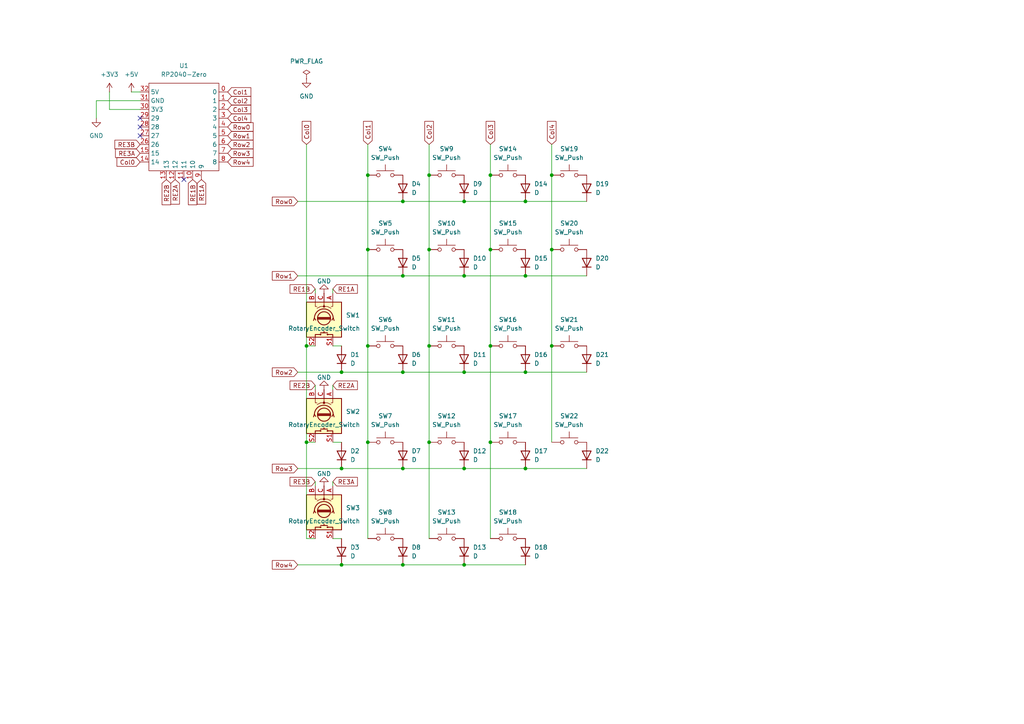
<source format=kicad_sch>
(kicad_sch (version 20231120) (generator "eeschema") (generator_version "8.0")
  (paper "A4")
  (lib_symbols
    (symbol "Device:D" (pin_numbers hide) (pin_names (offset 1.016) hide)
      (property "Reference" "D" (at 0 2.54 0))
      (property "Value" "D" (at 0 -2.54 0))
      (symbol "D_0_1"
        (polyline (pts (xy -1.27 1.27) (xy -1.27 -1.27)) (stroke (width 0.254)))
        (polyline (pts (xy 1.27 0) (xy -1.27 0)))
        (polyline (pts (xy 1.27 1.27) (xy 1.27 -1.27) (xy -1.27 0) (xy 1.27 1.27)) (stroke (width 0.254)))
      )
      (symbol "D_1_1"
        (pin passive line (at -3.81 0 0) (length 2.54) (name "K") (number "1"))
        (pin passive line (at 3.81 0 180) (length 2.54) (name "A") (number "2"))
      )
    )
    (symbol "Device:RotaryEncoder_Switch" (pin_names (offset 0.254) hide)
      (property "Reference" "SW" (at 0 6.604 0))
      (property "Value" "RotaryEncoder_Switch" (at 0 -6.604 0))
      (symbol "RotaryEncoder_Switch_0_1"
        (rectangle (start -5.08 5.08) (end 5.08 -5.08) (stroke (width 0.254)) (fill (type background)))
        (circle (center -3.81 0) (radius 0.254) (fill (type outline)))
        (circle (center -0.381 0) (radius 1.905) (stroke (width 0.254)))
        (arc (start -0.381 2.667) (mid -3.0988 -0.0635) (end -0.381 -2.794) (stroke (width 0.254)))
        (polyline (pts (xy -0.635 -1.778) (xy -0.635 1.778)) (stroke (width 0.254)))
        (polyline (pts (xy -0.381 -1.778) (xy -0.381 1.778)) (stroke (width 0.254)))
        (polyline (pts (xy -0.127 1.778) (xy -0.127 -1.778)) (stroke (width 0.254)))
        (polyline (pts (xy 3.81 0) (xy 3.429 0)) (stroke (width 0.254)))
        (polyline (pts (xy 3.81 1.016) (xy 3.81 -1.016)) (stroke (width 0.254)))
        (polyline (pts (xy -5.08 -2.54) (xy -3.81 -2.54) (xy -3.81 -2.032)))
        (polyline (pts (xy -5.08 2.54) (xy -3.81 2.54) (xy -3.81 2.032)))
        (polyline (pts (xy 0.254 -3.048) (xy -0.508 -2.794) (xy 0.127 -2.413)) (stroke (width 0.254)))
        (polyline (pts (xy 0.254 2.921) (xy -0.508 2.667) (xy 0.127 2.286)) (stroke (width 0.254)))
        (polyline (pts (xy 5.08 -2.54) (xy 4.318 -2.54) (xy 4.318 -1.016)) (stroke (width 0.254)))
        (polyline (pts (xy 5.08 2.54) (xy 4.318 2.54) (xy 4.318 1.016)) (stroke (width 0.254)))
        (polyline (pts (xy -5.08 0) (xy -3.81 0) (xy -3.81 -1.016) (xy -3.302 -2.032)))
        (polyline (pts (xy -4.318 0) (xy -3.81 0) (xy -3.81 1.016) (xy -3.302 2.032)))
        (circle (center 4.318 -1.016) (radius 0.127) (stroke (width 0.254)))
        (circle (center 4.318 1.016) (radius 0.127) (stroke (width 0.254)))
      )
      (symbol "RotaryEncoder_Switch_1_1"
        (pin passive line (at -7.62 2.54 0) (length 2.54) (name "A") (number "A"))
        (pin passive line (at -7.62 -2.54 0) (length 2.54) (name "B") (number "B"))
        (pin passive line (at -7.62 0 0) (length 2.54) (name "C") (number "C"))
        (pin passive line (at 7.62 2.54 180) (length 2.54) (name "S1") (number "S1"))
        (pin passive line (at 7.62 -2.54 180) (length 2.54) (name "S2") (number "S2"))
      )
    )
    (symbol "Switch:SW_Push" (pin_numbers hide) (pin_names (offset 1.016) hide)
      (property "Reference" "SW" (at 1.27 2.54 0))
      (property "Value" "SW_Push" (at 0 -1.524 0))
      (symbol "SW_Push_0_1"
        (circle (center -2.032 0) (radius 0.508))
        (polyline (pts (xy 0 1.27) (xy 0 3.048)))
        (polyline (pts (xy 2.54 1.27) (xy -2.54 1.27)))
        (circle (center 2.032 0) (radius 0.508))
        (pin passive line (at -5.08 0 0) (length 2.54) (name "1") (number "1"))
        (pin passive line (at 5.08 0 180) (length 2.54) (name "2") (number "2"))
      )
    )
    (symbol "isw-mcu:RP2040-Zero"
      (property "Reference" "U" (at 0 17.78 0))
      (property "Value" "RP2040-Zero" (at 0 15.24 0))
      (symbol "RP2040-Zero_0_1"
        (rectangle (start -10.16 12.7) (end 10.16 -12.7))
      )
      (symbol "RP2040-Zero_1_1"
        (pin tri_state line (at 12.7 10.16 180) (length 2.54) (name "0") (number "0"))
        (pin bidirectional line (at 12.7 7.62 180) (length 2.54) (name "1") (number "1"))
        (pin bidirectional line (at 2.54 -15.24 90) (length 2.54) (name "10") (number "10"))
        (pin bidirectional line (at 0 -15.24 90) (length 2.54) (name "11") (number "11"))
        (pin bidirectional line (at -2.54 -15.24 90) (length 2.54) (name "12") (number "12"))
        (pin bidirectional line (at -5.08 -15.24 90) (length 2.54) (name "13") (number "13"))
        (pin bidirectional line (at -12.7 -10.16 0) (length 2.54) (name "14") (number "14"))
        (pin bidirectional line (at -12.7 -7.62 0) (length 2.54) (name "15") (number "15"))
        (pin bidirectional line (at 12.7 5.08 180) (length 2.54) (name "2") (number "2"))
        (pin bidirectional line (at -12.7 -5.08 0) (length 2.54) (name "26") (number "26"))
        (pin bidirectional line (at -12.7 -2.54 0) (length 2.54) (name "27") (number "27"))
        (pin bidirectional line (at -12.7 0 0) (length 2.54) (name "28") (number "28"))
        (pin bidirectional line (at -12.7 2.54 0) (length 2.54) (name "29") (number "29"))
        (pin bidirectional line (at 12.7 2.54 180) (length 2.54) (name "3") (number "3"))
        (pin power_out line (at -12.7 5.08 0) (length 2.54) (name "3V3") (number "30"))
        (pin power_in line (at -12.7 7.62 0) (length 2.54) (name "GND") (number "31"))
        (pin power_out line (at -12.7 10.16 0) (length 2.54) (name "5V") (number "32"))
        (pin bidirectional line (at 12.7 0 180) (length 2.54) (name "4") (number "4"))
        (pin bidirectional line (at 12.7 -2.54 180) (length 2.54) (name "5") (number "5"))
        (pin bidirectional line (at 12.7 -5.08 180) (length 2.54) (name "6") (number "6"))
        (pin bidirectional line (at 12.7 -7.62 180) (length 2.54) (name "7") (number "7"))
        (pin bidirectional line (at 12.7 -10.16 180) (length 2.54) (name "8") (number "8"))
        (pin bidirectional line (at 5.08 -15.24 90) (length 2.54) (name "9") (number "9"))
      )
    )
    (symbol "power:+3V3" (power) (pin_numbers hide) (pin_names (offset 0) hide)
      (property "Value" "+3V3" (at 0 3.556 0))
      (symbol "+3V3_0_1"
        (polyline (pts (xy -0.762 1.27) (xy 0 2.54)))
        (polyline (pts (xy 0 0) (xy 0 2.54)))
        (polyline (pts (xy 0 2.54) (xy 0.762 1.27)))
      )
      (symbol "+3V3_1_1"
        (pin power_in line (at 0 0 90) (length 0) (name "~") (number "1"))
      )
    )
    (symbol "power:+5V" (power) (pin_numbers hide) (pin_names (offset 0) hide)
      (property "Value" "+5V" (at 0 3.556 0))
      (symbol "+5V_0_1"
        (polyline (pts (xy -0.762 1.27) (xy 0 2.54)))
        (polyline (pts (xy 0 0) (xy 0 2.54)))
        (polyline (pts (xy 0 2.54) (xy 0.762 1.27)))
      )
      (symbol "+5V_1_1"
        (pin power_in line (at 0 0 90) (length 0) (name "~") (number "1"))
      )
    )
    (symbol "power:GND" (power) (pin_numbers hide) (pin_names (offset 0) hide)
      (property "Value" "GND" (at 0 -3.81 0))
      (symbol "GND_0_1"
        (polyline (pts (xy 0 0) (xy 0 -1.27) (xy 1.27 -1.27) (xy 0 -2.54) (xy -1.27 -1.27) (xy 0 -1.27)))
      )
      (symbol "GND_1_1"
        (pin power_in line (at 0 0 270) (length 0) (name "~") (number "1"))
      )
    )
    (symbol "power:PWR_FLAG" (power) (pin_numbers hide) (pin_names (offset 0) hide)
      (property "Value" "PWR_FLAG" (at 0 3.81 0))
      (symbol "PWR_FLAG_0_0"
        (pin power_out line (at 0 0 90) (length 0) (name "~") (number "1"))
      )
      (symbol "PWR_FLAG_0_1"
        (polyline (pts (xy 0 0) (xy 0 1.27) (xy -1.016 1.905) (xy 0 2.54) (xy 1.016 1.905) (xy 0 1.27)))
      )
    )
  )
  (junction (at 142.24 100.33))
  (junction (at 106.68 100.33))
  (junction (at 116.84 80.01))
  (junction (at 99.06 163.83))
  (junction (at 124.46 100.33))
  (junction (at 134.62 135.89))
  (junction (at 88.9 100.33))
  (junction (at 152.4 58.42))
  (junction (at 124.46 72.39))
  (junction (at 142.24 128.27))
  (junction (at 116.84 135.89))
  (junction (at 134.62 163.83))
  (junction (at 106.68 50.8))
  (junction (at 160.02 72.39))
  (junction (at 116.84 58.42))
  (junction (at 106.68 128.27))
  (junction (at 142.24 50.8))
  (junction (at 152.4 80.01))
  (junction (at 106.68 72.39))
  (junction (at 134.62 107.95))
  (junction (at 160.02 50.8))
  (junction (at 134.62 80.01))
  (junction (at 160.02 100.33))
  (junction (at 99.06 107.95))
  (junction (at 152.4 107.95))
  (junction (at 134.62 58.42))
  (junction (at 142.24 72.39))
  (junction (at 116.84 163.83))
  (junction (at 116.84 107.95))
  (junction (at 124.46 50.8))
  (junction (at 124.46 128.27))
  (junction (at 99.06 135.89))
  (junction (at 88.9 128.27))
  (junction (at 152.4 135.89))
  (no_connect (at 40.64 39.37))
  (no_connect (at 53.34 52.07))
  (no_connect (at 40.64 34.29))
  (no_connect (at 40.64 36.83))
  (wire (pts (xy 116.84 80.01) (xy 134.62 80.01)))
  (wire (pts (xy 88.9 100.33) (xy 91.44 100.33)))
  (wire (pts (xy 96.52 128.27) (xy 99.06 128.27)))
  (wire (pts (xy 116.84 163.83) (xy 134.62 163.83)))
  (wire (pts (xy 134.62 135.89) (xy 152.4 135.89)))
  (wire (pts (xy 134.62 107.95) (xy 152.4 107.95)))
  (wire (pts (xy 38.1 26.67) (xy 40.64 26.67)))
  (wire (pts (xy 116.84 58.42) (xy 134.62 58.42)))
  (wire (pts (xy 88.9 156.21) (xy 91.44 156.21)))
  (wire (pts (xy 27.94 34.29) (xy 27.94 29.21)))
  (wire (pts (xy 152.4 80.01) (xy 170.18 80.01)))
  (wire (pts (xy 142.24 128.27) (xy 142.24 156.21)))
  (wire (pts (xy 134.62 163.83) (xy 152.4 163.83)))
  (wire (pts (xy 27.94 29.21) (xy 40.64 29.21)))
  (wire (pts (xy 124.46 100.33) (xy 124.46 128.27)))
  (wire (pts (xy 96.52 156.21) (xy 99.06 156.21)))
  (wire (pts (xy 106.68 41.91) (xy 106.68 50.8)))
  (wire (pts (xy 88.9 128.27) (xy 91.44 128.27)))
  (wire (pts (xy 106.68 128.27) (xy 106.68 156.21)))
  (wire (pts (xy 116.84 107.95) (xy 134.62 107.95)))
  (wire (pts (xy 91.44 139.7) (xy 91.44 140.97)))
  (wire (pts (xy 124.46 41.91) (xy 124.46 50.8)))
  (wire (pts (xy 124.46 72.39) (xy 124.46 100.33)))
  (wire (pts (xy 124.46 50.8) (xy 124.46 72.39)))
  (wire (pts (xy 124.46 128.27) (xy 124.46 156.21)))
  (wire (pts (xy 96.52 100.33) (xy 99.06 100.33)))
  (wire (pts (xy 99.06 107.95) (xy 86.36 107.95)))
  (wire (pts (xy 106.68 100.33) (xy 106.68 128.27)))
  (wire (pts (xy 116.84 135.89) (xy 134.62 135.89)))
  (wire (pts (xy 152.4 135.89) (xy 170.18 135.89)))
  (wire (pts (xy 106.68 72.39) (xy 106.68 100.33)))
  (wire (pts (xy 160.02 100.33) (xy 160.02 128.27)))
  (wire (pts (xy 134.62 80.01) (xy 152.4 80.01)))
  (wire (pts (xy 160.02 41.91) (xy 160.02 50.8)))
  (wire (pts (xy 91.44 83.82) (xy 91.44 85.09)))
  (wire (pts (xy 152.4 58.42) (xy 170.18 58.42)))
  (wire (pts (xy 99.06 163.83) (xy 86.36 163.83)))
  (wire (pts (xy 96.52 83.82) (xy 96.52 85.09)))
  (wire (pts (xy 142.24 50.8) (xy 142.24 72.39)))
  (wire (pts (xy 99.06 135.89) (xy 116.84 135.89)))
  (wire (pts (xy 106.68 50.8) (xy 106.68 72.39)))
  (wire (pts (xy 142.24 100.33) (xy 142.24 128.27)))
  (wire (pts (xy 152.4 107.95) (xy 170.18 107.95)))
  (wire (pts (xy 142.24 72.39) (xy 142.24 100.33)))
  (wire (pts (xy 88.9 41.91) (xy 88.9 100.33)))
  (wire (pts (xy 99.06 107.95) (xy 116.84 107.95)))
  (wire (pts (xy 99.06 163.83) (xy 116.84 163.83)))
  (wire (pts (xy 31.75 31.75) (xy 40.64 31.75)))
  (wire (pts (xy 91.44 111.76) (xy 91.44 113.03)))
  (wire (pts (xy 88.9 100.33) (xy 88.9 128.27)))
  (wire (pts (xy 160.02 72.39) (xy 160.02 100.33)))
  (wire (pts (xy 160.02 50.8) (xy 160.02 72.39)))
  (wire (pts (xy 31.75 26.67) (xy 31.75 31.75)))
  (wire (pts (xy 134.62 58.42) (xy 152.4 58.42)))
  (wire (pts (xy 142.24 41.91) (xy 142.24 50.8)))
  (wire (pts (xy 86.36 80.01) (xy 116.84 80.01)))
  (wire (pts (xy 96.52 111.76) (xy 96.52 113.03)))
  (wire (pts (xy 99.06 135.89) (xy 86.36 135.89)))
  (wire (pts (xy 86.36 58.42) (xy 116.84 58.42)))
  (wire (pts (xy 96.52 139.7) (xy 96.52 140.97)))
  (wire (pts (xy 88.9 128.27) (xy 88.9 156.21)))
  (global_label "Row1" (shape input) (at 66.04 39.37 0) (property "Intersheetrefs" "${INTERSHEET_REFS}" (effects (hide yes))))
  (global_label "Col2" (shape input) (at 124.46 41.91 90) (property "Intersheetrefs" "${INTERSHEET_REFS}" (effects (hide yes))))
  (global_label "Col0" (shape input) (at 88.9 41.91 90) (property "Intersheetrefs" "${INTERSHEET_REFS}" (effects (hide yes))))
  (global_label "Row2" (shape input) (at 66.04 41.91 0) (property "Intersheetrefs" "${INTERSHEET_REFS}" (effects (hide yes))))
  (global_label "Col2" (shape input) (at 66.04 29.21 0) (property "Intersheetrefs" "${INTERSHEET_REFS}" (effects (hide yes))))
  (global_label "Row1" (shape input) (at 86.36 80.01 180) (property "Intersheetrefs" "${INTERSHEET_REFS}" (effects (hide yes))))
  (global_label "Col1" (shape input) (at 106.68 41.91 90) (property "Intersheetrefs" "${INTERSHEET_REFS}" (effects (hide yes))))
  (global_label "Col4" (shape input) (at 160.02 41.91 90) (property "Intersheetrefs" "${INTERSHEET_REFS}" (effects (hide yes))))
  (global_label "RE3B" (shape input) (at 91.44 139.7 180) (property "Intersheetrefs" "${INTERSHEET_REFS}" (effects (hide yes))))
  (global_label "RE2B" (shape input) (at 48.26 52.07 270) (property "Intersheetrefs" "${INTERSHEET_REFS}" (effects (hide yes))))
  (global_label "Col3" (shape input) (at 142.24 41.91 90) (property "Intersheetrefs" "${INTERSHEET_REFS}" (effects (hide yes))))
  (global_label "Col3" (shape input) (at 66.04 31.75 0) (property "Intersheetrefs" "${INTERSHEET_REFS}" (effects (hide yes))))
  (global_label "RE3A" (shape input) (at 40.64 44.45 180) (property "Intersheetrefs" "${INTERSHEET_REFS}" (effects (hide yes))))
  (global_label "Col4" (shape input) (at 66.04 34.29 0) (property "Intersheetrefs" "${INTERSHEET_REFS}" (effects (hide yes))))
  (global_label "RE1B" (shape input) (at 91.44 83.82 180) (property "Intersheetrefs" "${INTERSHEET_REFS}" (effects (hide yes))))
  (global_label "RE2B" (shape input) (at 91.44 111.76 180) (property "Intersheetrefs" "${INTERSHEET_REFS}" (effects (hide yes))))
  (global_label "RE1A" (shape input) (at 58.42 52.07 270) (property "Intersheetrefs" "${INTERSHEET_REFS}" (effects (hide yes))))
  (global_label "RE2A" (shape input) (at 96.52 111.76 0) (property "Intersheetrefs" "${INTERSHEET_REFS}" (effects (hide yes))))
  (global_label "Row3" (shape input) (at 86.36 135.89 180) (property "Intersheetrefs" "${INTERSHEET_REFS}" (effects (hide yes))))
  (global_label "RE1A" (shape input) (at 96.52 83.82 0) (property "Intersheetrefs" "${INTERSHEET_REFS}" (effects (hide yes))))
  (global_label "Row0" (shape input) (at 86.36 58.42 180) (property "Intersheetrefs" "${INTERSHEET_REFS}" (effects (hide yes))))
  (global_label "Row2" (shape input) (at 86.36 107.95 180) (property "Intersheetrefs" "${INTERSHEET_REFS}" (effects (hide yes))))
  (global_label "Row3" (shape input) (at 66.04 44.45 0) (property "Intersheetrefs" "${INTERSHEET_REFS}" (effects (hide yes))))
  (global_label "RE3B" (shape input) (at 40.64 41.91 180) (property "Intersheetrefs" "${INTERSHEET_REFS}" (effects (hide yes))))
  (global_label "Row0" (shape input) (at 66.04 36.83 0) (property "Intersheetrefs" "${INTERSHEET_REFS}" (effects (hide yes))))
  (global_label "RE3A" (shape input) (at 96.52 139.7 0) (property "Intersheetrefs" "${INTERSHEET_REFS}" (effects (hide yes))))
  (global_label "Row4" (shape input) (at 86.36 163.83 180) (property "Intersheetrefs" "${INTERSHEET_REFS}" (effects (hide yes))))
  (global_label "RE2A" (shape input) (at 50.8 52.07 270) (property "Intersheetrefs" "${INTERSHEET_REFS}" (effects (hide yes))))
  (global_label "Row4" (shape input) (at 66.04 46.99 0) (property "Intersheetrefs" "${INTERSHEET_REFS}" (effects (hide yes))))
  (global_label "Col0" (shape input) (at 40.64 46.99 180) (property "Intersheetrefs" "${INTERSHEET_REFS}" (effects (hide yes))))
  (global_label "RE1B" (shape input) (at 55.88 52.07 270) (property "Intersheetrefs" "${INTERSHEET_REFS}" (effects (hide yes))))
  (global_label "Col1" (shape input) (at 66.04 26.67 0) (property "Intersheetrefs" "${INTERSHEET_REFS}" (effects (hide yes))))
  (symbol (lib_id "power:PWR_FLAG") (at 88.9 22.86 0) (unit 1)
    (property "Reference" "#FLG01" (effects (hide yes)))
    (property "Value" "PWR_FLAG" (at 88.9 17.78 0))
    (property "Description" "Special symbol for telling ERC where power comes from" (effects (hide yes)))
  )
  (symbol (lib_id "Device:D") (at 152.4 104.14 90) (unit 1)
    (property "Reference" "D16" (at 154.94 102.8699 90) (effects (justify right)))
    (property "Value" "D" (at 154.94 105.4099 90) (effects (justify right)))
    (property "Footprint" "kbd_Parts:Diode_SMD" (effects (hide yes)))
    (property "Description" "Diode" (effects (hide yes)))
    (property "Sim.Device" "D" (effects (hide yes)))
    (property "Sim.Pins" "1=K 2=A" (effects (hide yes)))
  )
  (symbol (lib_id "Switch:SW_Push") (at 165.1 72.39 0) (unit 1)
    (property "Reference" "SW20" (at 165.1 64.77 0))
    (property "Value" "SW_Push" (at 165.1 67.31 0))
    (property "Footprint" "taka_lib:MX1U_Hotswap" (effects (hide yes)))
    (property "Description" "Push button switch, generic, two pins" (effects (hide yes)))
  )
  (symbol (lib_id "Switch:SW_Push") (at 111.76 128.27 0) (unit 1)
    (property "Reference" "SW7" (at 111.76 120.65 0))
    (property "Value" "SW_Push" (at 111.76 123.19 0))
    (property "Footprint" "taka_lib:MX1U_Hotswap" (effects (hide yes)))
    (property "Description" "Push button switch, generic, two pins" (effects (hide yes)))
  )
  (symbol (lib_id "Device:D") (at 170.18 54.61 90) (unit 1)
    (property "Reference" "D19" (at 172.72 53.3399 90) (effects (justify right)))
    (property "Value" "D" (at 172.72 55.8799 90) (effects (justify right)))
    (property "Footprint" "kbd_Parts:Diode_SMD" (effects (hide yes)))
    (property "Description" "Diode" (effects (hide yes)))
    (property "Sim.Device" "D" (effects (hide yes)))
    (property "Sim.Pins" "1=K 2=A" (effects (hide yes)))
  )
  (symbol (lib_id "Switch:SW_Push") (at 129.54 128.27 0) (unit 1)
    (property "Reference" "SW12" (at 129.54 120.65 0))
    (property "Value" "SW_Push" (at 129.54 123.19 0))
    (property "Footprint" "taka_lib:MX1U_Hotswap" (effects (hide yes)))
    (property "Description" "Push button switch, generic, two pins" (effects (hide yes)))
  )
  (symbol (lib_id "Device:RotaryEncoder_Switch") (at 93.98 92.71 270) (unit 1)
    (property "Reference" "SW1" (at 100.33 91.4399 90) (effects (justify left)))
    (property "Value" "RotaryEncoder_Switch" (at 83.566 95.25 90) (effects (justify left)))
    (property "Footprint" "taka_lib:MX1U_Hotswap+RE" (effects (hide yes)))
    (property "Description" "Rotary encoder, dual channel, incremental quadrate outputs, with switch" (effects (hide yes)))
  )
  (symbol (lib_id "Device:RotaryEncoder_Switch") (at 93.98 120.65 270) (unit 1)
    (property "Reference" "SW2" (at 100.33 119.3799 90) (effects (justify left)))
    (property "Value" "RotaryEncoder_Switch" (at 83.566 123.19 90) (effects (justify left)))
    (property "Footprint" "taka_lib:MX1U_Hotswap+RE" (effects (hide yes)))
    (property "Description" "Rotary encoder, dual channel, incremental quadrate outputs, with switch" (effects (hide yes)))
  )
  (symbol (lib_id "Device:D") (at 134.62 160.02 90) (unit 1)
    (property "Reference" "D13" (at 137.16 158.7499 90) (effects (justify right)))
    (property "Value" "D" (at 137.16 161.2899 90) (effects (justify right)))
    (property "Footprint" "kbd_Parts:Diode_SMD" (effects (hide yes)))
    (property "Description" "Diode" (effects (hide yes)))
    (property "Sim.Device" "D" (effects (hide yes)))
    (property "Sim.Pins" "1=K 2=A" (effects (hide yes)))
  )
  (symbol (lib_id "power:GND") (at 93.98 113.03 180) (unit 1)
    (property "Reference" "#PWR06" (effects (hide yes)))
    (property "Value" "GND" (at 93.98 109.474 0))
    (property "Description" "Power symbol creates a global label with name \"GND\" , ground" (effects (hide yes)))
  )
  (symbol (lib_id "Device:D") (at 170.18 76.2 90) (unit 1)
    (property "Reference" "D20" (at 172.72 74.9299 90) (effects (justify right)))
    (property "Value" "D" (at 172.72 77.4699 90) (effects (justify right)))
    (property "Footprint" "kbd_Parts:Diode_SMD" (effects (hide yes)))
    (property "Description" "Diode" (effects (hide yes)))
    (property "Sim.Device" "D" (effects (hide yes)))
    (property "Sim.Pins" "1=K 2=A" (effects (hide yes)))
  )
  (symbol (lib_id "Device:D") (at 99.06 160.02 90) (unit 1)
    (property "Reference" "D3" (at 101.6 158.7499 90) (effects (justify right)))
    (property "Value" "D" (at 101.6 161.2899 90) (effects (justify right)))
    (property "Footprint" "kbd_Parts:Diode_SMD" (effects (hide yes)))
    (property "Description" "Diode" (effects (hide yes)))
    (property "Sim.Device" "D" (effects (hide yes)))
    (property "Sim.Pins" "1=K 2=A" (effects (hide yes)))
  )
  (symbol (lib_id "Device:D") (at 116.84 104.14 90) (unit 1)
    (property "Reference" "D6" (at 119.38 102.8699 90) (effects (justify right)))
    (property "Value" "D" (at 119.38 105.4099 90) (effects (justify right)))
    (property "Footprint" "kbd_Parts:Diode_SMD" (effects (hide yes)))
    (property "Description" "Diode" (effects (hide yes)))
    (property "Sim.Device" "D" (effects (hide yes)))
    (property "Sim.Pins" "1=K 2=A" (effects (hide yes)))
  )
  (symbol (lib_id "Switch:SW_Push") (at 111.76 100.33 0) (unit 1)
    (property "Reference" "SW6" (at 111.76 92.71 0))
    (property "Value" "SW_Push" (at 111.76 95.25 0))
    (property "Footprint" "taka_lib:MX1U_Hotswap" (effects (hide yes)))
    (property "Description" "Push button switch, generic, two pins" (effects (hide yes)))
  )
  (symbol (lib_id "Device:D") (at 99.06 132.08 90) (unit 1)
    (property "Reference" "D2" (at 101.6 130.8099 90) (effects (justify right)))
    (property "Value" "D" (at 101.6 133.3499 90) (effects (justify right)))
    (property "Footprint" "kbd_Parts:Diode_SMD" (effects (hide yes)))
    (property "Description" "Diode" (effects (hide yes)))
    (property "Sim.Device" "D" (effects (hide yes)))
    (property "Sim.Pins" "1=K 2=A" (effects (hide yes)))
  )
  (symbol (lib_id "Device:D") (at 134.62 104.14 90) (unit 1)
    (property "Reference" "D11" (at 137.16 102.8699 90) (effects (justify right)))
    (property "Value" "D" (at 137.16 105.4099 90) (effects (justify right)))
    (property "Footprint" "kbd_Parts:Diode_SMD" (effects (hide yes)))
    (property "Description" "Diode" (effects (hide yes)))
    (property "Sim.Device" "D" (effects (hide yes)))
    (property "Sim.Pins" "1=K 2=A" (effects (hide yes)))
  )
  (symbol (lib_id "Switch:SW_Push") (at 129.54 100.33 0) (unit 1)
    (property "Reference" "SW11" (at 129.54 92.71 0))
    (property "Value" "SW_Push" (at 129.54 95.25 0))
    (property "Footprint" "taka_lib:MX1U_Hotswap" (effects (hide yes)))
    (property "Description" "Push button switch, generic, two pins" (effects (hide yes)))
  )
  (symbol (lib_id "isw-mcu:RP2040-Zero") (at 53.34 36.83 0) (unit 1)
    (property "Reference" "U1" (at 53.34 19.05 0))
    (property "Value" "RP2040-Zero" (at 53.34 21.59 0))
    (property "Footprint" "taka_lib:RP2040 Zero_fix" (effects (hide yes)))
  )
  (symbol (lib_id "Device:D") (at 152.4 54.61 90) (unit 1)
    (property "Reference" "D14" (at 154.94 53.3399 90) (effects (justify right)))
    (property "Value" "D" (at 154.94 55.8799 90) (effects (justify right)))
    (property "Footprint" "kbd_Parts:Diode_SMD" (effects (hide yes)))
    (property "Description" "Diode" (effects (hide yes)))
    (property "Sim.Device" "D" (effects (hide yes)))
    (property "Sim.Pins" "1=K 2=A" (effects (hide yes)))
  )
  (symbol (lib_id "Device:D") (at 116.84 160.02 90) (unit 1)
    (property "Reference" "D8" (at 119.38 158.7499 90) (effects (justify right)))
    (property "Value" "D" (at 119.38 161.2899 90) (effects (justify right)))
    (property "Footprint" "kbd_Parts:Diode_SMD" (effects (hide yes)))
    (property "Description" "Diode" (effects (hide yes)))
    (property "Sim.Device" "D" (effects (hide yes)))
    (property "Sim.Pins" "1=K 2=A" (effects (hide yes)))
  )
  (symbol (lib_id "Device:D") (at 116.84 132.08 90) (unit 1)
    (property "Reference" "D7" (at 119.38 130.8099 90) (effects (justify right)))
    (property "Value" "D" (at 119.38 133.3499 90) (effects (justify right)))
    (property "Footprint" "kbd_Parts:Diode_SMD" (effects (hide yes)))
    (property "Description" "Diode" (effects (hide yes)))
    (property "Sim.Device" "D" (effects (hide yes)))
    (property "Sim.Pins" "1=K 2=A" (effects (hide yes)))
  )
  (symbol (lib_id "Switch:SW_Push") (at 147.32 100.33 0) (unit 1)
    (property "Reference" "SW16" (at 147.32 92.71 0))
    (property "Value" "SW_Push" (at 147.32 95.25 0))
    (property "Footprint" "taka_lib:MX1U_Hotswap" (effects (hide yes)))
    (property "Description" "Push button switch, generic, two pins" (effects (hide yes)))
  )
  (symbol (lib_id "Switch:SW_Push") (at 147.32 128.27 0) (unit 1)
    (property "Reference" "SW17" (at 147.32 120.65 0))
    (property "Value" "SW_Push" (at 147.32 123.19 0))
    (property "Footprint" "taka_lib:MX1U_Hotswap" (effects (hide yes)))
    (property "Description" "Push button switch, generic, two pins" (effects (hide yes)))
  )
  (symbol (lib_id "Switch:SW_Push") (at 129.54 156.21 0) (unit 1)
    (property "Reference" "SW13" (at 129.54 148.59 0))
    (property "Value" "SW_Push" (at 129.54 151.13 0))
    (property "Footprint" "taka_lib:MX1U_Hotswap" (effects (hide yes)))
    (property "Description" "Push button switch, generic, two pins" (effects (hide yes)))
  )
  (symbol (lib_id "Device:RotaryEncoder_Switch") (at 93.98 148.59 270) (unit 1)
    (property "Reference" "SW3" (at 100.33 147.3199 90) (effects (justify left)))
    (property "Value" "RotaryEncoder_Switch" (at 83.566 151.13 90) (effects (justify left)))
    (property "Footprint" "taka_lib:MX1U_Hotswap+RE" (effects (hide yes)))
    (property "Description" "Rotary encoder, dual channel, incremental quadrate outputs, with switch" (effects (hide yes)))
  )
  (symbol (lib_id "power:GND") (at 88.9 22.86 0) (unit 1)
    (property "Reference" "#PWR04" (effects (hide yes)))
    (property "Value" "GND" (at 88.9 27.94 0))
    (property "Description" "Power symbol creates a global label with name \"GND\" , ground" (effects (hide yes)))
  )
  (symbol (lib_id "power:GND") (at 27.94 34.29 0) (unit 1)
    (property "Reference" "#PWR01" (effects (hide yes)))
    (property "Value" "GND" (at 27.94 39.37 0))
    (property "Description" "Power symbol creates a global label with name \"GND\" , ground" (effects (hide yes)))
  )
  (symbol (lib_id "Switch:SW_Push") (at 147.32 156.21 0) (unit 1)
    (property "Reference" "SW18" (at 147.32 148.59 0))
    (property "Value" "SW_Push" (at 147.32 151.13 0))
    (property "Footprint" "taka_lib:MX1U_Hotswap" (effects (hide yes)))
    (property "Description" "Push button switch, generic, two pins" (effects (hide yes)))
  )
  (symbol (lib_id "Device:D") (at 116.84 54.61 90) (unit 1)
    (property "Reference" "D4" (at 119.38 53.3399 90) (effects (justify right)))
    (property "Value" "D" (at 119.38 55.8799 90) (effects (justify right)))
    (property "Footprint" "kbd_Parts:Diode_SMD" (effects (hide yes)))
    (property "Description" "Diode" (effects (hide yes)))
    (property "Sim.Device" "D" (effects (hide yes)))
    (property "Sim.Pins" "1=K 2=A" (effects (hide yes)))
  )
  (symbol (lib_id "Switch:SW_Push") (at 129.54 50.8 0) (unit 1)
    (property "Reference" "SW9" (at 129.54 43.18 0))
    (property "Value" "SW_Push" (at 129.54 45.72 0))
    (property "Footprint" "taka_lib:MX1U_Hotswap" (effects (hide yes)))
    (property "Description" "Push button switch, generic, two pins" (effects (hide yes)))
  )
  (symbol (lib_id "Device:D") (at 134.62 132.08 90) (unit 1)
    (property "Reference" "D12" (at 137.16 130.8099 90) (effects (justify right)))
    (property "Value" "D" (at 137.16 133.3499 90) (effects (justify right)))
    (property "Footprint" "kbd_Parts:Diode_SMD" (effects (hide yes)))
    (property "Description" "Diode" (effects (hide yes)))
    (property "Sim.Device" "D" (effects (hide yes)))
    (property "Sim.Pins" "1=K 2=A" (effects (hide yes)))
  )
  (symbol (lib_id "Switch:SW_Push") (at 111.76 156.21 0) (unit 1)
    (property "Reference" "SW8" (at 111.76 148.59 0))
    (property "Value" "SW_Push" (at 111.76 151.13 0))
    (property "Footprint" "taka_lib:MX1U_Hotswap" (effects (hide yes)))
    (property "Description" "Push button switch, generic, two pins" (effects (hide yes)))
  )
  (symbol (lib_id "Switch:SW_Push") (at 165.1 128.27 0) (unit 1)
    (property "Reference" "SW22" (at 165.1 120.65 0))
    (property "Value" "SW_Push" (at 165.1 123.19 0))
    (property "Footprint" "taka_lib:MX2U_Hotswap" (effects (hide yes)))
    (property "Description" "Push button switch, generic, two pins" (effects (hide yes)))
  )
  (symbol (lib_id "Device:D") (at 134.62 54.61 90) (unit 1)
    (property "Reference" "D9" (at 137.16 53.3399 90) (effects (justify right)))
    (property "Value" "D" (at 137.16 55.8799 90) (effects (justify right)))
    (property "Footprint" "kbd_Parts:Diode_SMD" (effects (hide yes)))
    (property "Description" "Diode" (effects (hide yes)))
    (property "Sim.Device" "D" (effects (hide yes)))
    (property "Sim.Pins" "1=K 2=A" (effects (hide yes)))
  )
  (symbol (lib_id "power:+5V") (at 38.1 26.67 0) (unit 1)
    (property "Reference" "#PWR03" (effects (hide yes)))
    (property "Value" "+5V" (at 38.1 21.59 0))
    (property "Description" "Power symbol creates a global label with name \"+5V\"" (effects (hide yes)))
  )
  (symbol (lib_id "Switch:SW_Push") (at 165.1 50.8 0) (unit 1)
    (property "Reference" "SW19" (at 165.1 43.18 0))
    (property "Value" "SW_Push" (at 165.1 45.72 0))
    (property "Footprint" "taka_lib:MX1U_Hotswap" (effects (hide yes)))
    (property "Description" "Push button switch, generic, two pins" (effects (hide yes)))
  )
  (symbol (lib_id "Device:D") (at 99.06 104.14 90) (unit 1)
    (property "Reference" "D1" (at 101.6 102.8699 90) (effects (justify right)))
    (property "Value" "D" (at 101.6 105.4099 90) (effects (justify right)))
    (property "Footprint" "kbd_Parts:Diode_SMD" (effects (hide yes)))
    (property "Description" "Diode" (effects (hide yes)))
    (property "Sim.Device" "D" (effects (hide yes)))
    (property "Sim.Pins" "1=K 2=A" (effects (hide yes)))
  )
  (symbol (lib_id "power:GND") (at 93.98 140.97 180) (unit 1)
    (property "Reference" "#PWR07" (effects (hide yes)))
    (property "Value" "GND" (at 93.98 137.414 0))
    (property "Description" "Power symbol creates a global label with name \"GND\" , ground" (effects (hide yes)))
  )
  (symbol (lib_id "Switch:SW_Push") (at 147.32 72.39 0) (unit 1)
    (property "Reference" "SW15" (at 147.32 64.77 0))
    (property "Value" "SW_Push" (at 147.32 67.31 0))
    (property "Footprint" "taka_lib:MX1U_Hotswap" (effects (hide yes)))
    (property "Description" "Push button switch, generic, two pins" (effects (hide yes)))
  )
  (symbol (lib_id "Device:D") (at 134.62 76.2 90) (unit 1)
    (property "Reference" "D10" (at 137.16 74.9299 90) (effects (justify right)))
    (property "Value" "D" (at 137.16 77.4699 90) (effects (justify right)))
    (property "Footprint" "kbd_Parts:Diode_SMD" (effects (hide yes)))
    (property "Description" "Diode" (effects (hide yes)))
    (property "Sim.Device" "D" (effects (hide yes)))
    (property "Sim.Pins" "1=K 2=A" (effects (hide yes)))
  )
  (symbol (lib_id "Switch:SW_Push") (at 111.76 50.8 0) (unit 1)
    (property "Reference" "SW4" (at 111.76 43.18 0))
    (property "Value" "SW_Push" (at 111.76 45.72 0))
    (property "Footprint" "taka_lib:MX1U_Hotswap" (effects (hide yes)))
    (property "Description" "Push button switch, generic, two pins" (effects (hide yes)))
  )
  (symbol (lib_id "Device:D") (at 152.4 160.02 90) (unit 1)
    (property "Reference" "D18" (at 154.94 158.7499 90) (effects (justify right)))
    (property "Value" "D" (at 154.94 161.2899 90) (effects (justify right)))
    (property "Footprint" "kbd_Parts:Diode_SMD" (effects (hide yes)))
    (property "Description" "Diode" (effects (hide yes)))
    (property "Sim.Device" "D" (effects (hide yes)))
    (property "Sim.Pins" "1=K 2=A" (effects (hide yes)))
  )
  (symbol (lib_id "Device:D") (at 152.4 76.2 90) (unit 1)
    (property "Reference" "D15" (at 154.94 74.9299 90) (effects (justify right)))
    (property "Value" "D" (at 154.94 77.4699 90) (effects (justify right)))
    (property "Footprint" "kbd_Parts:Diode_SMD" (effects (hide yes)))
    (property "Description" "Diode" (effects (hide yes)))
    (property "Sim.Device" "D" (effects (hide yes)))
    (property "Sim.Pins" "1=K 2=A" (effects (hide yes)))
  )
  (symbol (lib_id "power:GND") (at 93.98 85.09 180) (unit 1)
    (property "Reference" "#PWR05" (effects (hide yes)))
    (property "Value" "GND" (at 93.98 81.534 0))
    (property "Description" "Power symbol creates a global label with name \"GND\" , ground" (effects (hide yes)))
  )
  (symbol (lib_id "Device:D") (at 116.84 76.2 90) (unit 1)
    (property "Reference" "D5" (at 119.38 74.9299 90) (effects (justify right)))
    (property "Value" "D" (at 119.38 77.4699 90) (effects (justify right)))
    (property "Footprint" "kbd_Parts:Diode_SMD" (effects (hide yes)))
    (property "Description" "Diode" (effects (hide yes)))
    (property "Sim.Device" "D" (effects (hide yes)))
    (property "Sim.Pins" "1=K 2=A" (effects (hide yes)))
  )
  (symbol (lib_id "Switch:SW_Push") (at 129.54 72.39 0) (unit 1)
    (property "Reference" "SW10" (at 129.54 64.77 0))
    (property "Value" "SW_Push" (at 129.54 67.31 0))
    (property "Footprint" "taka_lib:MX1U_Hotswap" (effects (hide yes)))
    (property "Description" "Push button switch, generic, two pins" (effects (hide yes)))
  )
  (symbol (lib_id "Device:D") (at 152.4 132.08 90) (unit 1)
    (property "Reference" "D17" (at 154.94 130.8099 90) (effects (justify right)))
    (property "Value" "D" (at 154.94 133.3499 90) (effects (justify right)))
    (property "Footprint" "kbd_Parts:Diode_SMD" (effects (hide yes)))
    (property "Description" "Diode" (effects (hide yes)))
    (property "Sim.Device" "D" (effects (hide yes)))
    (property "Sim.Pins" "1=K 2=A" (effects (hide yes)))
  )
  (symbol (lib_id "Switch:SW_Push") (at 147.32 50.8 0) (unit 1)
    (property "Reference" "SW14" (at 147.32 43.18 0))
    (property "Value" "SW_Push" (at 147.32 45.72 0))
    (property "Footprint" "taka_lib:MX1U_Hotswap" (effects (hide yes)))
    (property "Description" "Push button switch, generic, two pins" (effects (hide yes)))
  )
  (symbol (lib_id "power:+3V3") (at 31.75 26.67 0) (unit 1)
    (property "Reference" "#PWR02" (effects (hide yes)))
    (property "Value" "+3V3" (at 31.75 21.59 0))
    (property "Description" "Power symbol creates a global label with name \"+3V3\"" (effects (hide yes)))
  )
  (symbol (lib_id "Device:D") (at 170.18 132.08 90) (unit 1)
    (property "Reference" "D22" (at 172.72 130.8099 90) (effects (justify right)))
    (property "Value" "D" (at 172.72 133.3499 90) (effects (justify right)))
    (property "Footprint" "kbd_Parts:Diode_SMD" (effects (hide yes)))
    (property "Description" "Diode" (effects (hide yes)))
    (property "Sim.Device" "D" (effects (hide yes)))
    (property "Sim.Pins" "1=K 2=A" (effects (hide yes)))
  )
  (symbol (lib_id "Device:D") (at 170.18 104.14 90) (unit 1)
    (property "Reference" "D21" (at 172.72 102.8699 90) (effects (justify right)))
    (property "Value" "D" (at 172.72 105.4099 90) (effects (justify right)))
    (property "Footprint" "kbd_Parts:Diode_SMD" (effects (hide yes)))
    (property "Description" "Diode" (effects (hide yes)))
    (property "Sim.Device" "D" (effects (hide yes)))
    (property "Sim.Pins" "1=K 2=A" (effects (hide yes)))
  )
  (symbol (lib_id "Switch:SW_Push") (at 165.1 100.33 0) (unit 1)
    (property "Reference" "SW21" (at 165.1 92.71 0))
    (property "Value" "SW_Push" (at 165.1 95.25 0))
    (property "Footprint" "taka_lib:MX1U_Hotswap" (effects (hide yes)))
    (property "Description" "Push button switch, generic, two pins" (effects (hide yes)))
  )
  (symbol (lib_id "Switch:SW_Push") (at 111.76 72.39 0) (unit 1)
    (property "Reference" "SW5" (at 111.76 64.77 0))
    (property "Value" "SW_Push" (at 111.76 67.31 0))
    (property "Footprint" "taka_lib:MX1U_Hotswap" (effects (hide yes)))
    (property "Description" "Push button switch, generic, two pins" (effects (hide yes)))
  )
)
</source>
